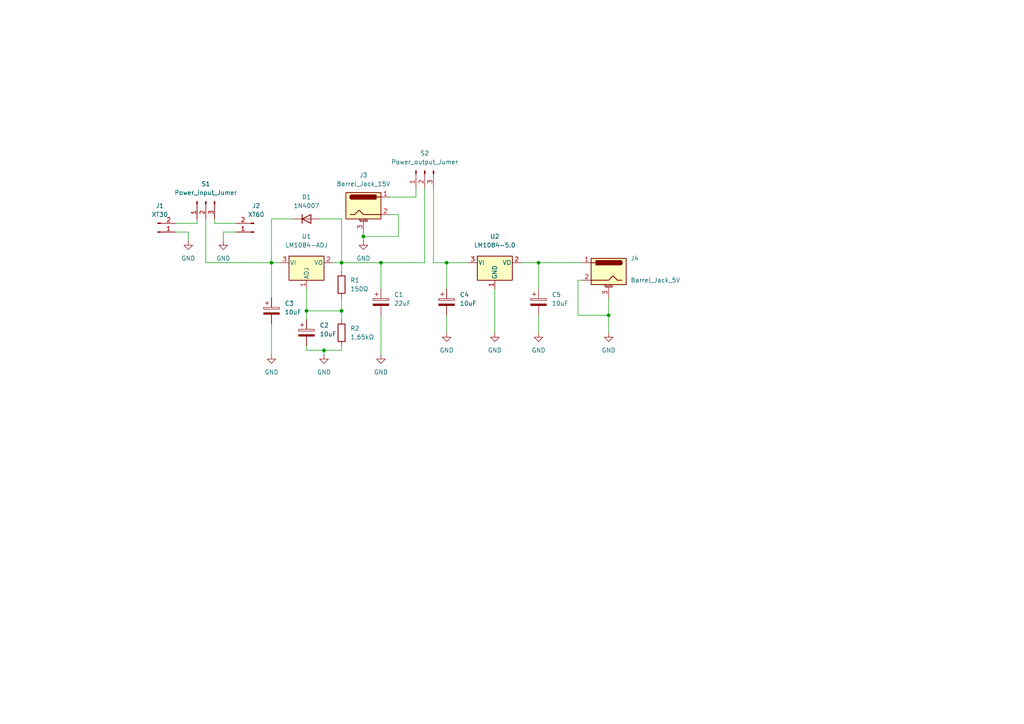
<source format=kicad_sch>
(kicad_sch (version 20211123) (generator eeschema)
  (paper "A4")
  (lib_symbols
    (symbol "Barrel_Jack_MountingPin_1" (pin_names hide)
      (property "Reference" "J3" (at 0 8.89 0))
      (property "Value" "Barrel_Jack_15V" (at 0 6.35 0))
      (symbol "Barrel_Jack_MountingPin_1_0_1"
        (rectangle (start -5.08 3.81) (end 5.08 -3.81) (stroke (width 0.254)) (fill (type background)))
        (arc (start -3.302 3.175) (mid -3.937 2.54) (end -3.302 1.905) (stroke (width 0.254)))
        (arc (start -3.302 3.175) (mid -3.937 2.54) (end -3.302 1.905) (stroke (width 0.254)) (fill (type outline)))
        (polyline (pts (xy 5.08 2.54) (xy 3.81 2.54)) (stroke (width 0.254)))
        (polyline (pts (xy -3.81 -2.54) (xy -2.54 -2.54) (xy -1.27 -1.27) (xy 0 -2.54) (xy 2.54 -2.54) (xy 5.08 -2.54)) (stroke (width 0.254)))
        (rectangle (start 3.683 3.175) (end -3.302 1.905) (stroke (width 0.254)) (fill (type outline)))
      )
      (symbol "Barrel_Jack_MountingPin_1_1_1"
        (polyline (pts (xy -1.016 -4.572) (xy 1.016 -4.572)) (stroke (width 0.1524)))
        (text "Mounting" (at 0 -4.191 0) (effects (font (size 0.381 0.381))))
        (pin passive line (at 7.62 2.54 180) (length 2.54) (name "~") (number "1"))
        (pin passive line (at 7.62 -2.54 180) (length 2.54) (name "~") (number "2"))
        (pin passive line (at 0 -7.62 90) (length 3.048) (name "3") (number "3"))
      )
    )
    (symbol "Conn_01x02_Male_1" (pin_names (offset 1.016) hide)
      (property "Reference" "J1" (at 0.635 5.08 0))
      (property "Value" "Conn_01x02_Male_1" (at 0.635 2.54 0))
      (symbol "Conn_01x02_Male_1_1_1"
        (polyline (pts (xy 1.27 -2.54) (xy 0.8636 -2.54)) (stroke (width 0.1524)))
        (polyline (pts (xy 1.27 0) (xy 0.8636 0)) (stroke (width 0.1524)))
        (rectangle (start 0.8636 -2.413) (end 0 -2.667) (stroke (width 0.1524)) (fill (type outline)))
        (rectangle (start 0.8636 0.127) (end 0 -0.127) (stroke (width 0.1524)) (fill (type outline)))
        (pin passive line (at 5.08 -2.54 180) (length 3.81) (name "Pin_1") (number "1"))
        (pin passive line (at 5.08 0 180) (length 3.81) (name "Pin_2") (number "2"))
      )
    )
    (symbol "Connector:Barrel_Jack_MountingPin" (pin_names hide)
      (property "Reference" "J4" (at 7.62 1.27 0))
      (property "Value" "Barrel_Jack_5V" (at 7.62 -2.54 0))
      (symbol "Barrel_Jack_MountingPin_0_1"
        (rectangle (start -5.08 3.81) (end 5.08 -3.81) (stroke (width 0.254)) (fill (type background)))
        (arc (start -3.302 3.175) (mid -3.937 2.54) (end -3.302 1.905) (stroke (width 0.254)))
        (arc (start -3.302 3.175) (mid -3.937 2.54) (end -3.302 1.905) (stroke (width 0.254)) (fill (type outline)))
        (polyline (pts (xy 5.08 2.54) (xy 3.81 2.54)) (stroke (width 0.254)))
        (polyline (pts (xy -3.81 -2.54) (xy -2.54 -2.54) (xy -1.27 -1.27) (xy 0 -2.54) (xy 2.54 -2.54) (xy 5.08 -2.54)) (stroke (width 0.254)))
        (rectangle (start 3.683 3.175) (end -3.302 1.905) (stroke (width 0.254)) (fill (type outline)))
      )
      (symbol "Barrel_Jack_MountingPin_1_1"
        (polyline (pts (xy -1.016 -4.572) (xy 1.016 -4.572)) (stroke (width 0.1524)))
        (text "Mounting" (at 0 -4.191 0) (effects (font (size 0.381 0.381))))
        (pin passive line (at 7.62 2.54 180) (length 2.54) (name "~") (number "1"))
        (pin passive line (at 7.62 -2.54 180) (length 2.54) (name "~") (number "2"))
        (pin passive line (at 0 -7.62 90) (length 3.048) (name "3") (number "3"))
      )
    )
    (symbol "Connector:Conn_01x02_Male" (pin_names (offset 1.016) hide)
      (property "Reference" "J2" (at -0.635 5.08 0))
      (property "Value" "XT60" (at -0.635 2.54 0))
      (symbol "Conn_01x02_Male_1_1"
        (polyline (pts (xy 1.27 -2.54) (xy 0.8636 -2.54)) (stroke (width 0.1524)))
        (polyline (pts (xy 1.27 0) (xy 0.8636 0)) (stroke (width 0.1524)))
        (rectangle (start 0.8636 -2.413) (end 0 -2.667) (stroke (width 0.1524)) (fill (type outline)))
        (rectangle (start 0.8636 0.127) (end 0 -0.127) (stroke (width 0.1524)) (fill (type outline)))
        (pin passive line (at 5.08 -2.54 180) (length 3.81) (name "Pin_1") (number "1"))
        (pin passive line (at 5.08 0 180) (length 3.81) (name "Pin_2") (number "2"))
      )
    )
    (symbol "Connector:Conn_01x03_Male" (pin_names (offset 1.016) hide)
      (property "Reference" "J" (at 0 5.08 0))
      (property "Value" "Conn_01x03_Male" (at 0 -5.08 0))
      (symbol "Conn_01x03_Male_1_1"
        (polyline (pts (xy 1.27 -2.54) (xy 0.8636 -2.54)) (stroke (width 0.1524)))
        (polyline (pts (xy 1.27 0) (xy 0.8636 0)) (stroke (width 0.1524)))
        (polyline (pts (xy 1.27 2.54) (xy 0.8636 2.54)) (stroke (width 0.1524)))
        (rectangle (start 0.8636 -2.413) (end 0 -2.667) (stroke (width 0.1524)) (fill (type outline)))
        (rectangle (start 0.8636 0.127) (end 0 -0.127) (stroke (width 0.1524)) (fill (type outline)))
        (rectangle (start 0.8636 2.667) (end 0 2.413) (stroke (width 0.1524)) (fill (type outline)))
        (pin passive line (at 5.08 2.54 180) (length 3.81) (name "Pin_1") (number "1"))
        (pin passive line (at 5.08 0 180) (length 3.81) (name "Pin_2") (number "2"))
        (pin passive line (at 5.08 -2.54 180) (length 3.81) (name "Pin_3") (number "3"))
      )
    )
    (symbol "Device:C_Polarized" (pin_numbers hide) (pin_names (offset 0.254))
      (property "Reference" "C" (at 0.635 2.54 0))
      (property "Value" "C_Polarized" (at 0.635 -2.54 0))
      (symbol "C_Polarized_0_1"
        (rectangle (start -2.286 0.508) (end 2.286 1.016))
        (polyline (pts (xy -1.778 2.286) (xy -0.762 2.286)))
        (polyline (pts (xy -1.27 2.794) (xy -1.27 1.778)))
        (rectangle (start 2.286 -0.508) (end -2.286 -1.016) (fill (type outline)))
      )
      (symbol "C_Polarized_1_1"
        (pin passive line (at 0 3.81 270) (length 2.794) (name "~") (number "1"))
        (pin passive line (at 0 -3.81 90) (length 2.794) (name "~") (number "2"))
      )
    )
    (symbol "Device:R" (pin_numbers hide) (pin_names (offset 0))
      (property "Reference" "R" (at 2.032 0 90))
      (property "Value" "R" (at 0 0 90))
      (symbol "R_0_1"
        (rectangle (start -1.016 -2.54) (end 1.016 2.54) (stroke (width 0.254)))
      )
      (symbol "R_1_1"
        (pin passive line (at 0 3.81 270) (length 1.27) (name "~") (number "1"))
        (pin passive line (at 0 -3.81 90) (length 1.27) (name "~") (number "2"))
      )
    )
    (symbol "Diode:1N4007" (pin_numbers hide) (pin_names (offset 1.016) hide)
      (property "Reference" "D" (at 0 2.54 0))
      (property "Value" "1N4007" (at 0 -2.54 0))
      (symbol "1N4007_0_1"
        (polyline (pts (xy -1.27 1.27) (xy -1.27 -1.27)) (stroke (width 0.254)))
        (polyline (pts (xy 1.27 0) (xy -1.27 0)))
        (polyline (pts (xy 1.27 1.27) (xy 1.27 -1.27) (xy -1.27 0) (xy 1.27 1.27)) (stroke (width 0.254)))
      )
      (symbol "1N4007_1_1"
        (pin passive line (at -3.81 0 0) (length 2.54) (name "K") (number "1"))
        (pin passive line (at 3.81 0 180) (length 2.54) (name "A") (number "2"))
      )
    )
    (symbol "Regulator_Linear:LM1084-5.0" (pin_names (offset 0.254))
      (property "Reference" "U" (at -3.81 3.175 0))
      (property "Value" "LM1084-5.0" (at 0 3.175 0))
      (symbol "LM1084-5.0_0_1"
        (rectangle (start -5.08 1.905) (end 5.08 -5.08) (stroke (width 0.254)) (fill (type background)))
      )
      (symbol "LM1084-5.0_1_1"
        (pin power_in line (at 0 -7.62 90) (length 2.54) (name "GND") (number "1"))
        (pin power_out line (at 7.62 0 180) (length 2.54) (name "VO") (number "2"))
        (pin power_in line (at -7.62 0 0) (length 2.54) (name "VI") (number "3"))
      )
    )
    (symbol "Regulator_Linear:LM1084-ADJ" (pin_names (offset 0.254))
      (property "Reference" "U" (at -3.81 3.175 0))
      (property "Value" "LM1084-ADJ" (at 0 3.175 0))
      (symbol "LM1084-ADJ_0_1"
        (rectangle (start -5.08 1.905) (end 5.08 -5.08) (stroke (width 0.254)) (fill (type background)))
      )
      (symbol "LM1084-ADJ_1_1"
        (pin input line (at 0 -7.62 90) (length 2.54) (name "ADJ") (number "1"))
        (pin power_out line (at 7.62 0 180) (length 2.54) (name "VO") (number "2"))
        (pin power_in line (at -7.62 0 0) (length 2.54) (name "VI") (number "3"))
      )
    )
    (symbol "power:GND" (power) (pin_names (offset 0))
      (property "Value" "GND" (at 0 -3.81 0))
      (symbol "GND_0_1"
        (polyline (pts (xy 0 0) (xy 0 -1.27) (xy 1.27 -1.27) (xy 0 -2.54) (xy -1.27 -1.27) (xy 0 -1.27)))
      )
      (symbol "GND_1_1"
        (pin power_in line (at 0 0 270) (length 0) hide (name "GND") (number "1"))
      )
    )
  )
  (junction (at 78.74 76.2))
  (junction (at 156.21 76.2))
  (junction (at 99.06 90.17))
  (junction (at 176.53 91.44))
  (junction (at 88.9 90.17))
  (junction (at 110.49 76.2))
  (junction (at 105.41 68.58))
  (junction (at 129.54 76.2))
  (junction (at 93.98 101.6))
  (junction (at 99.06 76.2))
  (wire (pts (xy 93.98 101.6) (xy 99.06 101.6)))
  (wire (pts (xy 62.23 64.77) (xy 62.23 63.5)))
  (wire (pts (xy 156.21 91.44) (xy 156.21 96.52)))
  (wire (pts (xy 167.64 91.44) (xy 176.53 91.44)))
  (wire (pts (xy 105.41 68.58) (xy 105.41 69.85)))
  (wire (pts (xy 167.64 81.28) (xy 168.91 81.28)))
  (wire (pts (xy 68.58 64.77) (xy 62.23 64.77)))
  (wire (pts (xy 113.03 62.23) (xy 115.57 62.23)))
  (wire (pts (xy 78.74 102.87) (xy 78.74 93.98)))
  (wire (pts (xy 156.21 76.2) (xy 168.91 76.2)))
  (wire (pts (xy 59.69 76.2) (xy 78.74 76.2)))
  (wire (pts (xy 99.06 90.17) (xy 88.9 90.17)))
  (wire (pts (xy 156.21 76.2) (xy 151.13 76.2)))
  (wire (pts (xy 99.06 100.33) (xy 99.06 101.6)))
  (wire (pts (xy 99.06 76.2) (xy 96.52 76.2)))
  (wire (pts (xy 99.06 63.5) (xy 99.06 76.2)))
  (wire (pts (xy 125.73 54.61) (xy 125.73 76.2)))
  (wire (pts (xy 125.73 76.2) (xy 129.54 76.2)))
  (wire (pts (xy 88.9 90.17) (xy 88.9 92.71)))
  (wire (pts (xy 105.41 67.31) (xy 105.41 68.58)))
  (wire (pts (xy 110.49 76.2) (xy 99.06 76.2)))
  (wire (pts (xy 129.54 76.2) (xy 135.89 76.2)))
  (wire (pts (xy 50.8 64.77) (xy 57.15 64.77)))
  (wire (pts (xy 143.51 83.82) (xy 143.51 96.52)))
  (wire (pts (xy 120.65 54.61) (xy 120.65 57.15)))
  (wire (pts (xy 99.06 92.71) (xy 99.06 90.17)))
  (wire (pts (xy 129.54 91.44) (xy 129.54 96.52)))
  (wire (pts (xy 78.74 76.2) (xy 78.74 86.36)))
  (wire (pts (xy 167.64 81.28) (xy 167.64 91.44)))
  (wire (pts (xy 105.41 68.58) (xy 115.57 68.58)))
  (wire (pts (xy 110.49 83.82) (xy 110.49 76.2)))
  (wire (pts (xy 99.06 76.2) (xy 99.06 78.74)))
  (wire (pts (xy 64.77 67.31) (xy 64.77 69.85)))
  (wire (pts (xy 176.53 86.36) (xy 176.53 91.44)))
  (wire (pts (xy 113.03 57.15) (xy 120.65 57.15)))
  (wire (pts (xy 92.71 63.5) (xy 99.06 63.5)))
  (wire (pts (xy 78.74 76.2) (xy 81.28 76.2)))
  (wire (pts (xy 88.9 101.6) (xy 88.9 100.33)))
  (wire (pts (xy 93.98 101.6) (xy 88.9 101.6)))
  (wire (pts (xy 78.74 63.5) (xy 78.74 76.2)))
  (wire (pts (xy 54.61 67.31) (xy 54.61 69.85)))
  (wire (pts (xy 123.19 54.61) (xy 123.19 76.2)))
  (wire (pts (xy 176.53 91.44) (xy 176.53 96.52)))
  (wire (pts (xy 156.21 83.82) (xy 156.21 76.2)))
  (wire (pts (xy 93.98 102.87) (xy 93.98 101.6)))
  (wire (pts (xy 57.15 64.77) (xy 57.15 63.5)))
  (wire (pts (xy 115.57 62.23) (xy 115.57 68.58)))
  (wire (pts (xy 110.49 91.44) (xy 110.49 102.87)))
  (wire (pts (xy 99.06 86.36) (xy 99.06 90.17)))
  (wire (pts (xy 129.54 76.2) (xy 129.54 83.82)))
  (wire (pts (xy 68.58 67.31) (xy 64.77 67.31)))
  (wire (pts (xy 59.69 63.5) (xy 59.69 76.2)))
  (wire (pts (xy 123.19 76.2) (xy 110.49 76.2)))
  (wire (pts (xy 88.9 83.82) (xy 88.9 90.17)))
  (wire (pts (xy 50.8 67.31) (xy 54.61 67.31)))
  (wire (pts (xy 85.09 63.5) (xy 78.74 63.5)))
  (symbol (lib_id "Diode:1N4007") (at 88.9 63.5 0) (unit 1)
    (property "Reference" "D1" (at 88.9 57.15 0))
    (property "Value" "1N4007" (at 88.9 59.69 0))
    (property "Footprint" "Diode_THT:D_DO-41_SOD81_P10.16mm_Horizontal" (effects hide))
    (property "Datasheet" "http://www.vishay.com/docs/88503/1n4001.pdf" (effects hide))
  )
  (symbol (lib_id "Regulator_Linear:LM1084-ADJ") (at 88.9 76.2 0) (unit 1)
    (property "Reference" "U1" (at 88.9 68.58 0))
    (property "Value" "LM1084-ADJ" (at 88.9 71.12 0))
    (property "Footprint" "Package_TO_SOT_SMD:TO-263-3_TabPin2" (effects hide))
    (property "Datasheet" "http://www.ti.com/lit/ds/symlink/lm1084.pdf" (effects hide))
  )
  (symbol (lib_id "power:GND") (at 64.77 69.85 0) (mirror y) (unit 1)
    (property "Reference" "#PWR0105" (effects hide))
    (property "Value" "GND" (at 64.77 74.93 0))
  )
  (symbol (lib_id "power:GND") (at 78.74 102.87 0) (unit 1)
    (property "Reference" "#PWR0103" (effects hide))
    (property "Value" "GND" (at 78.74 107.95 0))
  )
  (symbol (lib_name "Conn_01x02_Male_1") (lib_id "Connector:Conn_01x02_Male") (at 45.72 64.77 0) (unit 1)
    (property "Reference" "J1" (at 46.355 59.69 0))
    (property "Value" "XT30" (at 46.355 62.23 0))
    (property "Footprint" "Connector_AMASS:AMASS_XT30U-M_1x02_P5.0mm_Vertical" (effects hide))
  )
  (symbol (lib_id "Connector:Conn_01x03_Male") (at 123.19 49.53 90) (mirror x) (unit 1)
    (property "Reference" "S2" (at 123.19 44.45 90))
    (property "Value" "Power_output_Jumer" (at 123.19 46.99 90))
    (property "Footprint" "Connector_PinHeader_2.54mm:PinHeader_1x03_P2.54mm_Horizontal" (effects hide))
  )
  (symbol (lib_id "Device:C_Polarized") (at 88.9 96.52 0) (unit 1)
    (property "Reference" "C2" (at 92.71 94.3609 0) (effects (justify left)))
    (property "Value" "10uF" (at 92.71 96.9009 0) (effects (justify left)))
    (property "Footprint" "Capacitor_Tantalum_SMD:CP_EIA-7343-31_Kemet-D" (effects hide))
  )
  (symbol (lib_id "Device:C_Polarized") (at 110.49 87.63 0) (unit 1)
    (property "Reference" "C1" (at 114.3 85.4709 0) (effects (justify left)))
    (property "Value" "22uF" (at 114.3 88.0109 0) (effects (justify left)))
    (property "Footprint" "Capacitor_Tantalum_SMD:CP_EIA-7343-31_Kemet-D" (effects hide))
  )
  (symbol (lib_id "power:GND") (at 176.53 96.52 0) (unit 1)
    (property "Reference" "#PWR0107" (effects hide))
    (property "Value" "GND" (at 176.53 101.6 0))
  )
  (symbol (lib_id "Device:C_Polarized") (at 78.74 90.17 0) (unit 1)
    (property "Reference" "C3" (at 82.55 88.0109 0) (effects (justify left)))
    (property "Value" "10uF" (at 82.55 90.5509 0) (effects (justify left)))
    (property "Footprint" "Capacitor_Tantalum_SMD:CP_EIA-7343-31_Kemet-D" (effects hide))
  )
  (symbol (lib_id "power:GND") (at 54.61 69.85 0) (unit 1)
    (property "Reference" "#PWR0104" (effects hide))
    (property "Value" "GND" (at 54.61 74.93 0))
  )
  (symbol (lib_name "Barrel_Jack_MountingPin_1") (lib_id "Connector:Barrel_Jack_MountingPin") (at 105.41 59.69 0) (unit 1)
    (property "Reference" "J3" (at 105.41 50.8 0))
    (property "Value" "Barrel_Jack_15V" (at 105.41 53.34 0))
    (property "Footprint" "Connector_BarrelJack:BarrelJack_CUI_PJ-102AH_Horizontal" (effects hide))
  )
  (symbol (lib_id "Device:R") (at 99.06 82.55 0) (unit 1)
    (property "Reference" "R1" (at 101.6 81.2799 0) (effects (justify left)))
    (property "Value" "150Ω" (at 101.6 83.8199 0) (effects (justify left)))
    (property "Footprint" "Resistor_THT:R_Axial_DIN0309_L9.0mm_D3.2mm_P12.70mm_Horizontal" (effects hide))
  )
  (symbol (lib_id "power:GND") (at 156.21 96.52 0) (unit 1)
    (property "Reference" "#PWR0110" (effects hide))
    (property "Value" "GND" (at 156.21 101.6 0))
  )
  (symbol (lib_id "Device:C_Polarized") (at 129.54 87.63 0) (unit 1)
    (property "Reference" "C4" (at 133.35 85.4709 0) (effects (justify left)))
    (property "Value" "10uF" (at 133.35 88.0109 0) (effects (justify left)))
    (property "Footprint" "Capacitor_Tantalum_SMD:CP_EIA-7343-31_Kemet-D" (effects hide))
  )
  (symbol (lib_id "power:GND") (at 129.54 96.52 0) (unit 1)
    (property "Reference" "#PWR0108" (effects hide))
    (property "Value" "GND" (at 129.54 101.6 0))
  )
  (symbol (lib_id "Regulator_Linear:LM1084-5.0") (at 143.51 76.2 0) (unit 1)
    (property "Reference" "U2" (at 143.51 68.58 0))
    (property "Value" "LM1084-5.0" (at 143.51 71.12 0))
    (property "Footprint" "Package_TO_SOT_SMD:TO-263-3_TabPin2" (effects hide))
    (property "Datasheet" "http://www.ti.com/lit/ds/symlink/lm1084.pdf" (effects hide))
  )
  (symbol (lib_id "Connector:Conn_01x03_Male") (at 59.69 58.42 90) (mirror x) (unit 1)
    (property "Reference" "S1" (at 59.69 53.34 90))
    (property "Value" "Power_input_Jumer" (at 59.69 55.88 90))
    (property "Footprint" "Connector_PinHeader_2.54mm:PinHeader_1x03_P2.54mm_Horizontal" (effects hide))
  )
  (symbol (lib_id "power:GND") (at 110.49 102.87 0) (unit 1)
    (property "Reference" "#PWR0106" (effects hide))
    (property "Value" "GND" (at 110.49 107.95 0))
  )
  (symbol (lib_id "Connector:Barrel_Jack_MountingPin") (at 176.53 78.74 0) (mirror y) (unit 1)
    (property "Reference" "J4" (at 182.88 74.93 0) (effects (justify right)))
    (property "Value" "Barrel_Jack_5V" (at 182.88 81.28 0) (effects (justify right)))
    (property "Footprint" "Connector_BarrelJack:BarrelJack_CUI_PJ-102AH_Horizontal" (effects hide))
  )
  (symbol (lib_id "Connector:Conn_01x02_Male") (at 73.66 64.77 0) (mirror y) (unit 1)
    (property "Reference" "J2" (at 74.295 59.69 0))
    (property "Value" "XT60" (at 74.295 62.23 0))
    (property "Footprint" "Connector_AMASS:AMASS_XT60-M_1x02_P7.20mm_Vertical" (effects hide))
  )
  (symbol (lib_id "power:GND") (at 105.41 69.85 0) (unit 1)
    (property "Reference" "#PWR0101" (effects hide))
    (property "Value" "GND" (at 105.41 74.93 0))
  )
  (symbol (lib_id "power:GND") (at 93.98 102.87 0) (unit 1)
    (property "Reference" "#PWR0102" (effects hide))
    (property "Value" "GND" (at 93.98 107.95 0))
  )
  (symbol (lib_id "power:GND") (at 143.51 96.52 0) (unit 1)
    (property "Reference" "#PWR0109" (effects hide))
    (property "Value" "GND" (at 143.51 101.6 0))
  )
  (symbol (lib_id "Device:R") (at 99.06 96.52 0) (unit 1)
    (property "Reference" "R2" (at 101.6 95.2499 0) (effects (justify left)))
    (property "Value" "1,65kΩ" (at 101.6 97.7899 0) (effects (justify left)))
    (property "Footprint" "Resistor_THT:R_Axial_DIN0309_L9.0mm_D3.2mm_P12.70mm_Horizontal" (effects hide))
  )
  (symbol (lib_id "Device:C_Polarized") (at 156.21 87.63 0) (unit 1)
    (property "Reference" "C5" (at 160.02 85.4709 0) (effects (justify left)))
    (property "Value" "10uF" (at 160.02 88.0109 0) (effects (justify left)))
    (property "Footprint" "Capacitor_Tantalum_SMD:CP_EIA-7343-31_Kemet-D" (effects hide))
  )
)
</source>
